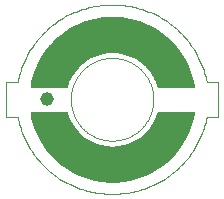
<source format=gtl>
G75*
%MOIN*%
%OFA0B0*%
%FSLAX25Y25*%
%IPPOS*%
%LPD*%
%AMOC8*
5,1,8,0,0,1.08239X$1,22.5*
%
%ADD10C,0.00000*%
%ADD11C,0.00300*%
%ADD12C,0.04553*%
D10*
X0022803Y0032648D02*
X0022807Y0032986D01*
X0022820Y0033324D01*
X0022840Y0033662D01*
X0022869Y0033999D01*
X0022907Y0034335D01*
X0022952Y0034670D01*
X0023006Y0035004D01*
X0023068Y0035336D01*
X0023138Y0035667D01*
X0023216Y0035996D01*
X0023302Y0036323D01*
X0023396Y0036648D01*
X0023499Y0036971D01*
X0023609Y0037290D01*
X0023726Y0037607D01*
X0023852Y0037921D01*
X0023985Y0038232D01*
X0024126Y0038540D01*
X0024274Y0038844D01*
X0024430Y0039144D01*
X0024593Y0039440D01*
X0024763Y0039732D01*
X0024941Y0040020D01*
X0025125Y0040304D01*
X0025317Y0040583D01*
X0025515Y0040857D01*
X0025720Y0041126D01*
X0025931Y0041390D01*
X0026149Y0041649D01*
X0026373Y0041902D01*
X0026603Y0042150D01*
X0026839Y0042392D01*
X0027081Y0042628D01*
X0027329Y0042858D01*
X0027582Y0043082D01*
X0027841Y0043300D01*
X0028105Y0043511D01*
X0028374Y0043716D01*
X0028648Y0043914D01*
X0028927Y0044106D01*
X0029211Y0044290D01*
X0029499Y0044468D01*
X0029791Y0044638D01*
X0030087Y0044801D01*
X0030387Y0044957D01*
X0030691Y0045105D01*
X0030999Y0045246D01*
X0031310Y0045379D01*
X0031624Y0045505D01*
X0031941Y0045622D01*
X0032260Y0045732D01*
X0032583Y0045835D01*
X0032908Y0045929D01*
X0033235Y0046015D01*
X0033564Y0046093D01*
X0033895Y0046163D01*
X0034227Y0046225D01*
X0034561Y0046279D01*
X0034896Y0046324D01*
X0035232Y0046362D01*
X0035569Y0046391D01*
X0035907Y0046411D01*
X0036245Y0046424D01*
X0036583Y0046428D01*
X0036921Y0046424D01*
X0037259Y0046411D01*
X0037597Y0046391D01*
X0037934Y0046362D01*
X0038270Y0046324D01*
X0038605Y0046279D01*
X0038939Y0046225D01*
X0039271Y0046163D01*
X0039602Y0046093D01*
X0039931Y0046015D01*
X0040258Y0045929D01*
X0040583Y0045835D01*
X0040906Y0045732D01*
X0041225Y0045622D01*
X0041542Y0045505D01*
X0041856Y0045379D01*
X0042167Y0045246D01*
X0042475Y0045105D01*
X0042779Y0044957D01*
X0043079Y0044801D01*
X0043375Y0044638D01*
X0043667Y0044468D01*
X0043955Y0044290D01*
X0044239Y0044106D01*
X0044518Y0043914D01*
X0044792Y0043716D01*
X0045061Y0043511D01*
X0045325Y0043300D01*
X0045584Y0043082D01*
X0045837Y0042858D01*
X0046085Y0042628D01*
X0046327Y0042392D01*
X0046563Y0042150D01*
X0046793Y0041902D01*
X0047017Y0041649D01*
X0047235Y0041390D01*
X0047446Y0041126D01*
X0047651Y0040857D01*
X0047849Y0040583D01*
X0048041Y0040304D01*
X0048225Y0040020D01*
X0048403Y0039732D01*
X0048573Y0039440D01*
X0048736Y0039144D01*
X0048892Y0038844D01*
X0049040Y0038540D01*
X0049181Y0038232D01*
X0049314Y0037921D01*
X0049440Y0037607D01*
X0049557Y0037290D01*
X0049667Y0036971D01*
X0049770Y0036648D01*
X0049864Y0036323D01*
X0049950Y0035996D01*
X0050028Y0035667D01*
X0050098Y0035336D01*
X0050160Y0035004D01*
X0050214Y0034670D01*
X0050259Y0034335D01*
X0050297Y0033999D01*
X0050326Y0033662D01*
X0050346Y0033324D01*
X0050359Y0032986D01*
X0050363Y0032648D01*
X0050359Y0032310D01*
X0050346Y0031972D01*
X0050326Y0031634D01*
X0050297Y0031297D01*
X0050259Y0030961D01*
X0050214Y0030626D01*
X0050160Y0030292D01*
X0050098Y0029960D01*
X0050028Y0029629D01*
X0049950Y0029300D01*
X0049864Y0028973D01*
X0049770Y0028648D01*
X0049667Y0028325D01*
X0049557Y0028006D01*
X0049440Y0027689D01*
X0049314Y0027375D01*
X0049181Y0027064D01*
X0049040Y0026756D01*
X0048892Y0026452D01*
X0048736Y0026152D01*
X0048573Y0025856D01*
X0048403Y0025564D01*
X0048225Y0025276D01*
X0048041Y0024992D01*
X0047849Y0024713D01*
X0047651Y0024439D01*
X0047446Y0024170D01*
X0047235Y0023906D01*
X0047017Y0023647D01*
X0046793Y0023394D01*
X0046563Y0023146D01*
X0046327Y0022904D01*
X0046085Y0022668D01*
X0045837Y0022438D01*
X0045584Y0022214D01*
X0045325Y0021996D01*
X0045061Y0021785D01*
X0044792Y0021580D01*
X0044518Y0021382D01*
X0044239Y0021190D01*
X0043955Y0021006D01*
X0043667Y0020828D01*
X0043375Y0020658D01*
X0043079Y0020495D01*
X0042779Y0020339D01*
X0042475Y0020191D01*
X0042167Y0020050D01*
X0041856Y0019917D01*
X0041542Y0019791D01*
X0041225Y0019674D01*
X0040906Y0019564D01*
X0040583Y0019461D01*
X0040258Y0019367D01*
X0039931Y0019281D01*
X0039602Y0019203D01*
X0039271Y0019133D01*
X0038939Y0019071D01*
X0038605Y0019017D01*
X0038270Y0018972D01*
X0037934Y0018934D01*
X0037597Y0018905D01*
X0037259Y0018885D01*
X0036921Y0018872D01*
X0036583Y0018868D01*
X0036245Y0018872D01*
X0035907Y0018885D01*
X0035569Y0018905D01*
X0035232Y0018934D01*
X0034896Y0018972D01*
X0034561Y0019017D01*
X0034227Y0019071D01*
X0033895Y0019133D01*
X0033564Y0019203D01*
X0033235Y0019281D01*
X0032908Y0019367D01*
X0032583Y0019461D01*
X0032260Y0019564D01*
X0031941Y0019674D01*
X0031624Y0019791D01*
X0031310Y0019917D01*
X0030999Y0020050D01*
X0030691Y0020191D01*
X0030387Y0020339D01*
X0030087Y0020495D01*
X0029791Y0020658D01*
X0029499Y0020828D01*
X0029211Y0021006D01*
X0028927Y0021190D01*
X0028648Y0021382D01*
X0028374Y0021580D01*
X0028105Y0021785D01*
X0027841Y0021996D01*
X0027582Y0022214D01*
X0027329Y0022438D01*
X0027081Y0022668D01*
X0026839Y0022904D01*
X0026603Y0023146D01*
X0026373Y0023394D01*
X0026149Y0023647D01*
X0025931Y0023906D01*
X0025720Y0024170D01*
X0025515Y0024439D01*
X0025317Y0024713D01*
X0025125Y0024992D01*
X0024941Y0025276D01*
X0024763Y0025564D01*
X0024593Y0025856D01*
X0024430Y0026152D01*
X0024274Y0026452D01*
X0024126Y0026756D01*
X0023985Y0027064D01*
X0023852Y0027375D01*
X0023726Y0027689D01*
X0023609Y0028006D01*
X0023499Y0028325D01*
X0023396Y0028648D01*
X0023302Y0028973D01*
X0023216Y0029300D01*
X0023138Y0029629D01*
X0023068Y0029960D01*
X0023006Y0030292D01*
X0022952Y0030626D01*
X0022907Y0030961D01*
X0022869Y0031297D01*
X0022840Y0031634D01*
X0022820Y0031972D01*
X0022807Y0032310D01*
X0022803Y0032648D01*
D11*
X0015931Y0014464D02*
X0057235Y0014464D01*
X0057502Y0014762D02*
X0015665Y0014762D01*
X0015398Y0015061D02*
X0057768Y0015061D01*
X0058035Y0015359D02*
X0015131Y0015359D01*
X0015037Y0015465D02*
X0013248Y0017985D01*
X0011753Y0020690D01*
X0010571Y0023546D01*
X0009715Y0026515D01*
X0009393Y0028411D01*
X0021426Y0028411D01*
X0022034Y0026621D01*
X0022945Y0024774D01*
X0024089Y0023061D01*
X0025448Y0021512D01*
X0026996Y0020154D01*
X0028709Y0019010D01*
X0030557Y0018098D01*
X0032507Y0017436D01*
X0034528Y0017034D01*
X0036583Y0016900D01*
X0038639Y0017034D01*
X0040659Y0017436D01*
X0042610Y0018098D01*
X0044457Y0019010D01*
X0046170Y0020154D01*
X0047719Y0021512D01*
X0049077Y0023061D01*
X0050221Y0024774D01*
X0051132Y0026621D01*
X0051740Y0028411D01*
X0063773Y0028411D01*
X0063451Y0026515D01*
X0062596Y0023546D01*
X0061413Y0020690D01*
X0059918Y0017985D01*
X0058130Y0015465D01*
X0056070Y0013161D01*
X0053766Y0011101D01*
X0051245Y0009313D01*
X0048541Y0007818D01*
X0045685Y0006635D01*
X0042716Y0005780D01*
X0039669Y0005262D01*
X0036583Y0005089D01*
X0033497Y0005262D01*
X0030451Y0005780D01*
X0027481Y0006635D01*
X0024626Y0007818D01*
X0021921Y0009313D01*
X0019400Y0011101D01*
X0017096Y0013161D01*
X0015037Y0015465D01*
X0014900Y0015658D02*
X0058266Y0015658D01*
X0058478Y0015956D02*
X0014688Y0015956D01*
X0014476Y0016255D02*
X0058690Y0016255D01*
X0058902Y0016553D02*
X0014264Y0016553D01*
X0014053Y0016852D02*
X0059114Y0016852D01*
X0059325Y0017150D02*
X0039221Y0017150D01*
X0040696Y0017449D02*
X0059537Y0017449D01*
X0059749Y0017747D02*
X0041575Y0017747D01*
X0042454Y0018046D02*
X0059951Y0018046D01*
X0060116Y0018344D02*
X0043108Y0018344D01*
X0043713Y0018643D02*
X0060281Y0018643D01*
X0060446Y0018941D02*
X0044319Y0018941D01*
X0044802Y0019240D02*
X0060611Y0019240D01*
X0060776Y0019538D02*
X0045248Y0019538D01*
X0045695Y0019837D02*
X0060941Y0019837D01*
X0061106Y0020135D02*
X0046142Y0020135D01*
X0046489Y0020434D02*
X0061271Y0020434D01*
X0061430Y0020732D02*
X0046829Y0020732D01*
X0047170Y0021031D02*
X0061554Y0021031D01*
X0061678Y0021329D02*
X0047510Y0021329D01*
X0047820Y0021628D02*
X0061801Y0021628D01*
X0061925Y0021926D02*
X0048082Y0021926D01*
X0048344Y0022225D02*
X0062049Y0022225D01*
X0062172Y0022523D02*
X0048605Y0022523D01*
X0048867Y0022822D02*
X0062296Y0022822D01*
X0062420Y0023120D02*
X0049117Y0023120D01*
X0049316Y0023419D02*
X0062543Y0023419D01*
X0062645Y0023717D02*
X0049515Y0023717D01*
X0049715Y0024016D02*
X0062731Y0024016D01*
X0062817Y0024315D02*
X0049914Y0024315D01*
X0050114Y0024613D02*
X0062903Y0024613D01*
X0062989Y0024912D02*
X0050289Y0024912D01*
X0050436Y0025210D02*
X0063075Y0025210D01*
X0063161Y0025509D02*
X0050584Y0025509D01*
X0050731Y0025807D02*
X0063247Y0025807D01*
X0063333Y0026106D02*
X0050878Y0026106D01*
X0051025Y0026404D02*
X0063419Y0026404D01*
X0063483Y0026703D02*
X0051160Y0026703D01*
X0051261Y0027001D02*
X0063534Y0027001D01*
X0063584Y0027300D02*
X0051363Y0027300D01*
X0051464Y0027598D02*
X0063635Y0027598D01*
X0063686Y0027897D02*
X0051565Y0027897D01*
X0051667Y0028195D02*
X0063737Y0028195D01*
X0068079Y0026742D02*
X0072016Y0026742D01*
X0072016Y0038553D01*
X0068079Y0038553D01*
X0063677Y0037449D02*
X0051548Y0037449D01*
X0051447Y0037748D02*
X0063627Y0037748D01*
X0063576Y0038046D02*
X0051346Y0038046D01*
X0051244Y0038345D02*
X0063525Y0038345D01*
X0063474Y0038643D02*
X0051143Y0038643D01*
X0051132Y0038674D02*
X0050221Y0040522D01*
X0049077Y0042235D01*
X0047719Y0043783D01*
X0046170Y0045142D01*
X0044457Y0046286D01*
X0042610Y0047197D01*
X0040659Y0047859D01*
X0038639Y0048261D01*
X0036583Y0048396D01*
X0034528Y0048261D01*
X0032507Y0047859D01*
X0030557Y0047197D01*
X0028709Y0046286D01*
X0026996Y0045142D01*
X0025448Y0043783D01*
X0024089Y0042235D01*
X0022945Y0040522D01*
X0022034Y0038674D01*
X0021426Y0036885D01*
X0009393Y0036885D01*
X0009715Y0038780D01*
X0010571Y0041750D01*
X0011753Y0044605D01*
X0013248Y0047310D01*
X0015037Y0049831D01*
X0017096Y0052135D01*
X0019400Y0054194D01*
X0021921Y0055983D01*
X0024626Y0057478D01*
X0027481Y0058660D01*
X0030451Y0059516D01*
X0033497Y0060034D01*
X0036583Y0060207D01*
X0039669Y0060034D01*
X0042716Y0059516D01*
X0045685Y0058660D01*
X0048541Y0057478D01*
X0051245Y0055983D01*
X0053766Y0054194D01*
X0056070Y0052135D01*
X0058130Y0049831D01*
X0059918Y0047310D01*
X0061413Y0044605D01*
X0062596Y0041750D01*
X0063451Y0038780D01*
X0063773Y0036885D01*
X0051740Y0036885D01*
X0051132Y0038674D01*
X0051001Y0038942D02*
X0063405Y0038942D01*
X0063319Y0039240D02*
X0050853Y0039240D01*
X0050706Y0039539D02*
X0063233Y0039539D01*
X0063147Y0039837D02*
X0050559Y0039837D01*
X0050412Y0040136D02*
X0063061Y0040136D01*
X0062975Y0040434D02*
X0050265Y0040434D01*
X0050080Y0040733D02*
X0062889Y0040733D01*
X0062803Y0041031D02*
X0049881Y0041031D01*
X0049681Y0041330D02*
X0062717Y0041330D01*
X0062631Y0041628D02*
X0049482Y0041628D01*
X0049283Y0041927D02*
X0062522Y0041927D01*
X0062399Y0042225D02*
X0049083Y0042225D01*
X0048823Y0042524D02*
X0062275Y0042524D01*
X0062151Y0042822D02*
X0048561Y0042822D01*
X0048300Y0043121D02*
X0062028Y0043121D01*
X0061904Y0043419D02*
X0048038Y0043419D01*
X0047776Y0043718D02*
X0061781Y0043718D01*
X0061657Y0044016D02*
X0047453Y0044016D01*
X0047113Y0044315D02*
X0061533Y0044315D01*
X0061408Y0044613D02*
X0046772Y0044613D01*
X0046432Y0044912D02*
X0061243Y0044912D01*
X0061078Y0045210D02*
X0046067Y0045210D01*
X0045620Y0045509D02*
X0060913Y0045509D01*
X0060749Y0045807D02*
X0045173Y0045807D01*
X0044727Y0046106D02*
X0060584Y0046106D01*
X0060419Y0046404D02*
X0044217Y0046404D01*
X0043612Y0046703D02*
X0060254Y0046703D01*
X0060089Y0047001D02*
X0043006Y0047001D01*
X0042307Y0047300D02*
X0059924Y0047300D01*
X0059713Y0047598D02*
X0041427Y0047598D01*
X0040469Y0047897D02*
X0059502Y0047897D01*
X0059290Y0048195D02*
X0038969Y0048195D01*
X0034197Y0048195D02*
X0013876Y0048195D01*
X0013665Y0047897D02*
X0032697Y0047897D01*
X0031739Y0047598D02*
X0013453Y0047598D01*
X0013243Y0047300D02*
X0030859Y0047300D01*
X0030160Y0047001D02*
X0013078Y0047001D01*
X0012913Y0046703D02*
X0029554Y0046703D01*
X0028949Y0046404D02*
X0012748Y0046404D01*
X0012583Y0046106D02*
X0028439Y0046106D01*
X0027993Y0045807D02*
X0012418Y0045807D01*
X0012253Y0045509D02*
X0027546Y0045509D01*
X0027099Y0045210D02*
X0012088Y0045210D01*
X0011923Y0044912D02*
X0026734Y0044912D01*
X0026394Y0044613D02*
X0011758Y0044613D01*
X0011633Y0044315D02*
X0026054Y0044315D01*
X0025713Y0044016D02*
X0011509Y0044016D01*
X0011386Y0043718D02*
X0025390Y0043718D01*
X0025128Y0043419D02*
X0011262Y0043419D01*
X0011138Y0043121D02*
X0024866Y0043121D01*
X0024605Y0042822D02*
X0011015Y0042822D01*
X0010891Y0042524D02*
X0024343Y0042524D01*
X0024083Y0042225D02*
X0010767Y0042225D01*
X0010644Y0041927D02*
X0023884Y0041927D01*
X0023684Y0041628D02*
X0010535Y0041628D01*
X0010449Y0041330D02*
X0023485Y0041330D01*
X0023285Y0041031D02*
X0010363Y0041031D01*
X0010277Y0040733D02*
X0023086Y0040733D01*
X0022902Y0040434D02*
X0010191Y0040434D01*
X0010105Y0040136D02*
X0022754Y0040136D01*
X0022607Y0039837D02*
X0010019Y0039837D01*
X0009933Y0039539D02*
X0022460Y0039539D01*
X0022313Y0039240D02*
X0009847Y0039240D01*
X0009761Y0038942D02*
X0022166Y0038942D01*
X0022023Y0038643D02*
X0009692Y0038643D01*
X0009641Y0038345D02*
X0021922Y0038345D01*
X0021821Y0038046D02*
X0009590Y0038046D01*
X0009540Y0037748D02*
X0021719Y0037748D01*
X0021618Y0037449D02*
X0009489Y0037449D01*
X0009438Y0037151D02*
X0021517Y0037151D01*
X0021500Y0028195D02*
X0009430Y0028195D01*
X0009480Y0027897D02*
X0021601Y0027897D01*
X0021702Y0027598D02*
X0009531Y0027598D01*
X0009582Y0027300D02*
X0021804Y0027300D01*
X0021905Y0027001D02*
X0009632Y0027001D01*
X0009683Y0026703D02*
X0022006Y0026703D01*
X0022141Y0026404D02*
X0009747Y0026404D01*
X0009833Y0026106D02*
X0022288Y0026106D01*
X0022435Y0025807D02*
X0009919Y0025807D01*
X0010005Y0025509D02*
X0022582Y0025509D01*
X0022730Y0025210D02*
X0010091Y0025210D01*
X0010177Y0024912D02*
X0022877Y0024912D01*
X0023052Y0024613D02*
X0010263Y0024613D01*
X0010349Y0024315D02*
X0023252Y0024315D01*
X0023451Y0024016D02*
X0010435Y0024016D01*
X0010521Y0023717D02*
X0023651Y0023717D01*
X0023850Y0023419D02*
X0010623Y0023419D01*
X0010747Y0023120D02*
X0024050Y0023120D01*
X0024299Y0022822D02*
X0010870Y0022822D01*
X0010994Y0022523D02*
X0024561Y0022523D01*
X0024822Y0022225D02*
X0011118Y0022225D01*
X0011241Y0021926D02*
X0025084Y0021926D01*
X0025346Y0021628D02*
X0011365Y0021628D01*
X0011489Y0021329D02*
X0025656Y0021329D01*
X0025996Y0021031D02*
X0011612Y0021031D01*
X0011736Y0020732D02*
X0026337Y0020732D01*
X0026677Y0020434D02*
X0011895Y0020434D01*
X0012060Y0020135D02*
X0027024Y0020135D01*
X0027471Y0019837D02*
X0012225Y0019837D01*
X0012390Y0019538D02*
X0027918Y0019538D01*
X0028364Y0019240D02*
X0012555Y0019240D01*
X0012720Y0018941D02*
X0028847Y0018941D01*
X0029453Y0018643D02*
X0012885Y0018643D01*
X0013050Y0018344D02*
X0030058Y0018344D01*
X0030712Y0018046D02*
X0013215Y0018046D01*
X0013417Y0017747D02*
X0031591Y0017747D01*
X0032471Y0017449D02*
X0013629Y0017449D01*
X0013841Y0017150D02*
X0033945Y0017150D01*
X0024484Y0007896D02*
X0048682Y0007896D01*
X0049223Y0008195D02*
X0023944Y0008195D01*
X0023403Y0008493D02*
X0049763Y0008493D01*
X0050303Y0008792D02*
X0022863Y0008792D01*
X0022323Y0009090D02*
X0050843Y0009090D01*
X0051353Y0009389D02*
X0021814Y0009389D01*
X0021393Y0009687D02*
X0051773Y0009687D01*
X0052194Y0009986D02*
X0020972Y0009986D01*
X0020551Y0010284D02*
X0052615Y0010284D01*
X0053035Y0010583D02*
X0020131Y0010583D01*
X0019710Y0010882D02*
X0053456Y0010882D01*
X0053854Y0011180D02*
X0019312Y0011180D01*
X0018978Y0011479D02*
X0054188Y0011479D01*
X0054522Y0011777D02*
X0018644Y0011777D01*
X0018310Y0012076D02*
X0054856Y0012076D01*
X0055190Y0012374D02*
X0017976Y0012374D01*
X0017642Y0012673D02*
X0055524Y0012673D01*
X0055858Y0012971D02*
X0017308Y0012971D01*
X0016998Y0013270D02*
X0056168Y0013270D01*
X0056434Y0013568D02*
X0016732Y0013568D01*
X0016465Y0013867D02*
X0056701Y0013867D01*
X0056968Y0014165D02*
X0016198Y0014165D01*
X0025157Y0007598D02*
X0048009Y0007598D01*
X0047289Y0007299D02*
X0025878Y0007299D01*
X0026598Y0007001D02*
X0046568Y0007001D01*
X0045847Y0006702D02*
X0027319Y0006702D01*
X0028284Y0006404D02*
X0044882Y0006404D01*
X0043846Y0006105D02*
X0029320Y0006105D01*
X0030356Y0005807D02*
X0042810Y0005807D01*
X0041118Y0005508D02*
X0032048Y0005508D01*
X0034427Y0005210D02*
X0038739Y0005210D01*
X0068079Y0038553D02*
X0067920Y0039309D01*
X0067742Y0040060D01*
X0067546Y0040807D01*
X0067332Y0041549D01*
X0067100Y0042286D01*
X0066850Y0043016D01*
X0066583Y0043741D01*
X0066298Y0044458D01*
X0065995Y0045169D01*
X0065676Y0045872D01*
X0065339Y0046567D01*
X0064986Y0047254D01*
X0064616Y0047931D01*
X0064230Y0048600D01*
X0063827Y0049259D01*
X0063409Y0049908D01*
X0062975Y0050547D01*
X0062525Y0051175D01*
X0062061Y0051792D01*
X0061581Y0052397D01*
X0061088Y0052991D01*
X0060579Y0053572D01*
X0060057Y0054141D01*
X0059521Y0054697D01*
X0058972Y0055240D01*
X0058410Y0055769D01*
X0057835Y0056285D01*
X0057247Y0056786D01*
X0056648Y0057273D01*
X0056037Y0057746D01*
X0055415Y0058203D01*
X0054782Y0058645D01*
X0054138Y0059071D01*
X0053484Y0059482D01*
X0052820Y0059877D01*
X0052147Y0060255D01*
X0051465Y0060617D01*
X0050774Y0060963D01*
X0050075Y0061291D01*
X0049368Y0061602D01*
X0048654Y0061896D01*
X0047933Y0062173D01*
X0047206Y0062432D01*
X0046472Y0062673D01*
X0045733Y0062897D01*
X0044989Y0063102D01*
X0044239Y0063289D01*
X0043486Y0063458D01*
X0042728Y0063608D01*
X0041968Y0063741D01*
X0041204Y0063854D01*
X0040437Y0063949D01*
X0039669Y0064025D01*
X0038899Y0064083D01*
X0038128Y0064122D01*
X0037356Y0064142D01*
X0036583Y0064143D01*
X0035320Y0060136D02*
X0037846Y0060136D01*
X0040823Y0059837D02*
X0032343Y0059837D01*
X0030586Y0059539D02*
X0042580Y0059539D01*
X0043672Y0059240D02*
X0029494Y0059240D01*
X0028458Y0058942D02*
X0044708Y0058942D01*
X0045726Y0058643D02*
X0027440Y0058643D01*
X0026719Y0058345D02*
X0046447Y0058345D01*
X0047168Y0058046D02*
X0025999Y0058046D01*
X0025278Y0057748D02*
X0047888Y0057748D01*
X0048592Y0057449D02*
X0024574Y0057449D01*
X0024034Y0057151D02*
X0049132Y0057151D01*
X0049672Y0056852D02*
X0023494Y0056852D01*
X0022954Y0056554D02*
X0050212Y0056554D01*
X0050752Y0056255D02*
X0022414Y0056255D01*
X0021884Y0055957D02*
X0051282Y0055957D01*
X0051703Y0055658D02*
X0021463Y0055658D01*
X0021043Y0055360D02*
X0052123Y0055360D01*
X0052544Y0055061D02*
X0020622Y0055061D01*
X0020201Y0054763D02*
X0052965Y0054763D01*
X0053386Y0054464D02*
X0019781Y0054464D01*
X0019368Y0054166D02*
X0053798Y0054166D01*
X0054132Y0053867D02*
X0019034Y0053867D01*
X0018700Y0053569D02*
X0054466Y0053569D01*
X0054800Y0053270D02*
X0018366Y0053270D01*
X0018032Y0052972D02*
X0055134Y0052972D01*
X0055468Y0052673D02*
X0017698Y0052673D01*
X0017364Y0052375D02*
X0055802Y0052375D01*
X0056123Y0052076D02*
X0017043Y0052076D01*
X0016776Y0051778D02*
X0056390Y0051778D01*
X0056656Y0051479D02*
X0016510Y0051479D01*
X0016243Y0051181D02*
X0056923Y0051181D01*
X0057190Y0050882D02*
X0015976Y0050882D01*
X0015709Y0050584D02*
X0057457Y0050584D01*
X0057723Y0050285D02*
X0015443Y0050285D01*
X0015176Y0049986D02*
X0057990Y0049986D01*
X0058231Y0049688D02*
X0014935Y0049688D01*
X0014724Y0049389D02*
X0058443Y0049389D01*
X0058654Y0049091D02*
X0014512Y0049091D01*
X0014300Y0048792D02*
X0058866Y0048792D01*
X0059078Y0048494D02*
X0014088Y0048494D01*
X0005087Y0038553D02*
X0001150Y0038553D01*
X0001150Y0026742D01*
X0005087Y0026742D01*
X0005087Y0038553D02*
X0005246Y0039309D01*
X0005424Y0040060D01*
X0005620Y0040807D01*
X0005834Y0041549D01*
X0006066Y0042286D01*
X0006316Y0043016D01*
X0006583Y0043741D01*
X0006868Y0044458D01*
X0007171Y0045169D01*
X0007490Y0045872D01*
X0007827Y0046567D01*
X0008180Y0047254D01*
X0008550Y0047931D01*
X0008936Y0048600D01*
X0009339Y0049259D01*
X0009757Y0049908D01*
X0010191Y0050547D01*
X0010641Y0051175D01*
X0011105Y0051792D01*
X0011585Y0052397D01*
X0012078Y0052991D01*
X0012587Y0053572D01*
X0013109Y0054141D01*
X0013645Y0054697D01*
X0014194Y0055240D01*
X0014756Y0055769D01*
X0015331Y0056285D01*
X0015919Y0056786D01*
X0016518Y0057273D01*
X0017129Y0057746D01*
X0017751Y0058203D01*
X0018384Y0058645D01*
X0019028Y0059071D01*
X0019682Y0059482D01*
X0020346Y0059877D01*
X0021019Y0060255D01*
X0021701Y0060617D01*
X0022392Y0060963D01*
X0023091Y0061291D01*
X0023798Y0061602D01*
X0024512Y0061896D01*
X0025233Y0062173D01*
X0025960Y0062432D01*
X0026694Y0062673D01*
X0027433Y0062897D01*
X0028177Y0063102D01*
X0028927Y0063289D01*
X0029680Y0063458D01*
X0030438Y0063608D01*
X0031198Y0063741D01*
X0031962Y0063854D01*
X0032729Y0063949D01*
X0033497Y0064025D01*
X0034267Y0064083D01*
X0035038Y0064122D01*
X0035810Y0064142D01*
X0036583Y0064143D01*
X0051650Y0037151D02*
X0063728Y0037151D01*
X0068079Y0026742D02*
X0067920Y0025986D01*
X0067742Y0025235D01*
X0067546Y0024488D01*
X0067332Y0023746D01*
X0067100Y0023009D01*
X0066850Y0022279D01*
X0066583Y0021554D01*
X0066298Y0020837D01*
X0065995Y0020126D01*
X0065676Y0019423D01*
X0065339Y0018728D01*
X0064986Y0018041D01*
X0064616Y0017364D01*
X0064230Y0016695D01*
X0063827Y0016036D01*
X0063409Y0015387D01*
X0062975Y0014748D01*
X0062525Y0014120D01*
X0062061Y0013503D01*
X0061581Y0012898D01*
X0061088Y0012304D01*
X0060579Y0011723D01*
X0060057Y0011154D01*
X0059521Y0010598D01*
X0058972Y0010055D01*
X0058410Y0009526D01*
X0057835Y0009010D01*
X0057247Y0008509D01*
X0056648Y0008022D01*
X0056037Y0007549D01*
X0055415Y0007092D01*
X0054782Y0006650D01*
X0054138Y0006224D01*
X0053484Y0005813D01*
X0052820Y0005418D01*
X0052147Y0005040D01*
X0051465Y0004678D01*
X0050774Y0004332D01*
X0050075Y0004004D01*
X0049368Y0003693D01*
X0048654Y0003399D01*
X0047933Y0003122D01*
X0047206Y0002863D01*
X0046472Y0002622D01*
X0045733Y0002398D01*
X0044989Y0002193D01*
X0044239Y0002006D01*
X0043486Y0001837D01*
X0042728Y0001687D01*
X0041968Y0001554D01*
X0041204Y0001441D01*
X0040437Y0001346D01*
X0039669Y0001270D01*
X0038899Y0001212D01*
X0038128Y0001173D01*
X0037356Y0001153D01*
X0036583Y0001152D01*
X0035810Y0001153D01*
X0035038Y0001173D01*
X0034267Y0001212D01*
X0033497Y0001270D01*
X0032729Y0001346D01*
X0031962Y0001441D01*
X0031198Y0001554D01*
X0030438Y0001687D01*
X0029680Y0001837D01*
X0028927Y0002006D01*
X0028177Y0002193D01*
X0027433Y0002398D01*
X0026694Y0002622D01*
X0025960Y0002863D01*
X0025233Y0003122D01*
X0024512Y0003399D01*
X0023798Y0003693D01*
X0023091Y0004004D01*
X0022392Y0004332D01*
X0021701Y0004678D01*
X0021019Y0005040D01*
X0020346Y0005418D01*
X0019682Y0005813D01*
X0019028Y0006224D01*
X0018384Y0006650D01*
X0017751Y0007092D01*
X0017129Y0007549D01*
X0016518Y0008022D01*
X0015919Y0008509D01*
X0015331Y0009010D01*
X0014756Y0009526D01*
X0014194Y0010055D01*
X0013645Y0010598D01*
X0013109Y0011154D01*
X0012587Y0011723D01*
X0012078Y0012304D01*
X0011585Y0012898D01*
X0011105Y0013503D01*
X0010641Y0014120D01*
X0010191Y0014748D01*
X0009757Y0015387D01*
X0009339Y0016036D01*
X0008936Y0016695D01*
X0008550Y0017364D01*
X0008180Y0018041D01*
X0007827Y0018728D01*
X0007490Y0019423D01*
X0007171Y0020126D01*
X0006868Y0020837D01*
X0006583Y0021554D01*
X0006316Y0022279D01*
X0006066Y0023009D01*
X0005834Y0023746D01*
X0005620Y0024488D01*
X0005424Y0025235D01*
X0005246Y0025986D01*
X0005087Y0026742D01*
D12*
X0014930Y0032648D03*
X0036583Y0054301D03*
X0036583Y0010994D03*
M02*

</source>
